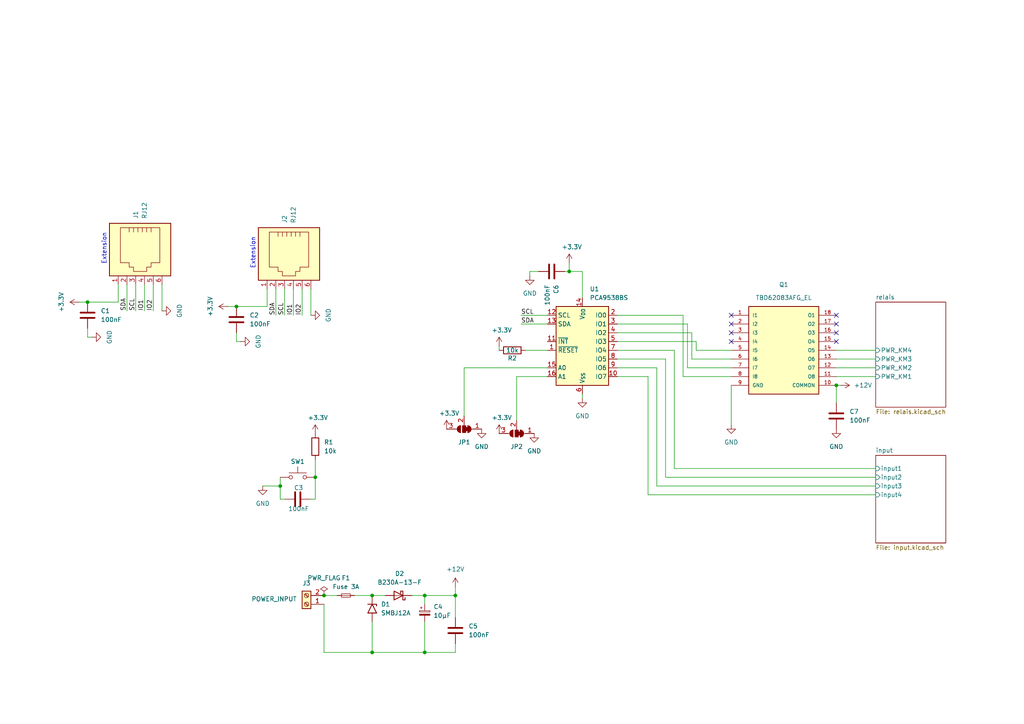
<source format=kicad_sch>
(kicad_sch (version 20250114) (generator "eeschema") (generator_version "9.0")
  (paper "A4")
  (lib_symbols
    (symbol "Connector:RJ12" (pin_names (offset 1.016))
      (property "Reference" "J" (at -5.08 11.43 0))
      (property "Value" "RJ12" (at 2.54 11.43 0))
      (symbol "RJ12_0_1"
        (polyline (pts (xy -6.35 3.175) (xy -5.08 3.175) (xy -5.08 3.175)))
        (polyline (pts (xy -6.35 1.905) (xy -5.08 1.905) (xy -5.08 1.905)))
        (polyline (pts (xy -6.35 0.635) (xy -5.08 0.635) (xy -5.08 0.635)))
        (polyline (pts (xy -6.35 -0.635) (xy -5.08 -0.635) (xy -5.08 -0.635)))
        (polyline (pts (xy -6.35 -1.905) (xy -5.08 -1.905) (xy -5.08 -1.905)))
        (polyline (pts (xy -6.35 -4.445) (xy -6.35 6.985) (xy 3.81 6.985) (xy 3.81 4.445) (xy 5.08 4.445) (xy 5.08 3.175) (xy 6.35 3.175) (xy 6.35 -0.635) (xy 5.08 -0.635) (xy 5.08 -1.905) (xy 3.81 -1.905) (xy 3.81 -4.445) (xy -6.35 -4.445) (xy -6.35 -4.445)))
        (polyline (pts (xy -5.08 4.445) (xy -6.35 4.445) (xy -6.35 4.445)))
        (rectangle (start 7.62 10.16) (end -7.62 -7.62) (stroke (width 0.254)) (fill (type background)))
      )
      (symbol "RJ12_1_1"
        (pin passive line (at 10.16 7.62 180) (length 2.54) (name "~") (number "6"))
        (pin passive line (at 10.16 5.08 180) (length 2.54) (name "~") (number "5"))
        (pin passive line (at 10.16 2.54 180) (length 2.54) (name "~") (number "4"))
        (pin passive line (at 10.16 0 180) (length 2.54) (name "~") (number "3"))
        (pin passive line (at 10.16 -2.54 180) (length 2.54) (name "~") (number "2"))
        (pin passive line (at 10.16 -5.08 180) (length 2.54) (name "~") (number "1"))
      )
    )
    (symbol "Connector:Screw_Terminal_01x02" (pin_names (offset 1.016) (hide yes))
      (property "Reference" "J" (at 0 2.54 0))
      (property "Value" "Screw_Terminal_01x02" (at 0 -5.08 0))
      (symbol "Screw_Terminal_01x02_1_1"
        (rectangle (start -1.27 1.27) (end 1.27 -3.81) (stroke (width 0.254)) (fill (type background)))
        (polyline (pts (xy -0.5334 0.3302) (xy 0.3302 -0.508)) (stroke (width 0.1524)))
        (polyline (pts (xy -0.5334 -2.2098) (xy 0.3302 -3.048)) (stroke (width 0.1524)))
        (polyline (pts (xy -0.3556 0.508) (xy 0.508 -0.3302)) (stroke (width 0.1524)))
        (polyline (pts (xy -0.3556 -2.032) (xy 0.508 -2.8702)) (stroke (width 0.1524)))
        (circle (center 0 0) (radius 0.635) (stroke (width 0.1524)))
        (circle (center 0 -2.54) (radius 0.635) (stroke (width 0.1524)))
        (pin passive line (at -5.08 0 0) (length 3.81) (name "Pin_1") (number "1"))
        (pin passive line (at -5.08 -2.54 0) (length 3.81) (name "Pin_2") (number "2"))
      )
    )
    (symbol "Device:C" (pin_numbers (hide yes)) (pin_names (offset 0.254))
      (property "Reference" "C" (at 0.635 2.54 0))
      (property "Value" "C" (at 0.635 -2.54 0))
      (symbol "C_0_1"
        (polyline (pts (xy -2.032 0.762) (xy 2.032 0.762)) (stroke (width 0.508)))
        (polyline (pts (xy -2.032 -0.762) (xy 2.032 -0.762)) (stroke (width 0.508)))
      )
      (symbol "C_1_1"
        (pin passive line (at 0 3.81 270) (length 2.794) (name "~") (number "1"))
        (pin passive line (at 0 -3.81 90) (length 2.794) (name "~") (number "2"))
      )
    )
    (symbol "Device:C_Polarized_Small" (pin_numbers (hide yes)) (pin_names (offset 0.254) (hide yes))
      (property "Reference" "C" (at 0.254 1.778 0))
      (property "Value" "C_Polarized_Small" (at 0.254 -2.032 0))
      (symbol "C_Polarized_Small_0_1"
        (rectangle (start -1.524 0.6858) (end 1.524 0.3048))
        (rectangle (start -1.524 -0.3048) (end 1.524 -0.6858) (fill (type outline)))
        (polyline (pts (xy -1.27 1.524) (xy -0.762 1.524)))
        (polyline (pts (xy -1.016 1.27) (xy -1.016 1.778)))
      )
      (symbol "C_Polarized_Small_1_1"
        (pin passive line (at 0 2.54 270) (length 1.8542) (name "~") (number "1"))
        (pin passive line (at 0 -2.54 90) (length 1.8542) (name "~") (number "2"))
      )
    )
    (symbol "Device:Fuse_Small" (pin_numbers (hide yes)) (pin_names (offset 0.254) (hide yes))
      (property "Reference" "F" (at 0 -1.524 0))
      (property "Value" "Fuse_Small" (at 0 1.524 0))
      (symbol "Fuse_Small_0_1"
        (rectangle (start -1.27 0.508) (end 1.27 -0.508))
        (polyline (pts (xy -1.27 0) (xy 1.27 0)))
      )
      (symbol "Fuse_Small_1_1"
        (pin passive line (at -2.54 0 0) (length 1.27) (name "~") (number "1"))
        (pin passive line (at 2.54 0 180) (length 1.27) (name "~") (number "2"))
      )
    )
    (symbol "Device:R" (pin_numbers (hide yes)) (pin_names (offset 0))
      (property "Reference" "R" (at 2.032 0 90))
      (property "Value" "R" (at 0 0 90))
      (symbol "R_0_1"
        (rectangle (start -1.016 -2.54) (end 1.016 2.54) (stroke (width 0.254)))
      )
      (symbol "R_1_1"
        (pin passive line (at 0 3.81 270) (length 1.27) (name "~") (number "1"))
        (pin passive line (at 0 -3.81 90) (length 1.27) (name "~") (number "2"))
      )
    )
    (symbol "Diode:SM6T6V8A" (pin_numbers (hide yes)) (pin_names (offset 1.016) (hide yes))
      (property "Reference" "D" (at 0 2.54 0))
      (property "Value" "SM6T6V8A" (at 0 -2.54 0))
      (symbol "SM6T6V8A_0_1"
        (polyline (pts (xy -0.762 1.27) (xy -1.27 1.27) (xy -1.27 -1.27)) (stroke (width 0.254)))
        (polyline (pts (xy 1.27 1.27) (xy 1.27 -1.27) (xy -1.27 0) (xy 1.27 1.27)) (stroke (width 0.254)))
      )
      (symbol "SM6T6V8A_1_1"
        (pin passive line (at -3.81 0 0) (length 2.54) (name "A1") (number "1"))
        (pin passive line (at 3.81 0 180) (length 2.54) (name "A2") (number "2"))
      )
    )
    (symbol "Diode:SS38" (pin_numbers (hide yes)) (pin_names (offset 1.016) (hide yes))
      (property "Reference" "D" (at 0 2.54 0))
      (property "Value" "SS38" (at 0 -2.54 0))
      (symbol "SS38_0_1"
        (polyline (pts (xy -1.905 0.635) (xy -1.905 1.27) (xy -1.27 1.27) (xy -1.27 -1.27) (xy -0.635 -1.27) (xy -0.635 -0.635)) (stroke (width 0.254)))
        (polyline (pts (xy 1.27 1.27) (xy 1.27 -1.27) (xy -1.27 0) (xy 1.27 1.27)) (stroke (width 0.254)))
        (polyline (pts (xy 1.27 0) (xy -1.27 0)))
      )
      (symbol "SS38_1_1"
        (pin passive line (at -3.81 0 0) (length 2.54) (name "K") (number "1"))
        (pin passive line (at 3.81 0 180) (length 2.54) (name "A") (number "2"))
      )
    )
    (symbol "Interface_Expansion:PCA9538BS"
      (property "Reference" "U" (at -7.62 13.97 0))
      (property "Value" "PCA9538BS" (at 2.54 13.97 0))
      (symbol "PCA9538BS_0_1"
        (rectangle (start -7.62 12.7) (end 7.62 -10.16) (stroke (width 0.254)) (fill (type background)))
      )
      (symbol "PCA9538BS_1_1"
        (pin input line (at -10.16 10.16 0) (length 2.54) (name "SCL") (number "12"))
        (pin bidirectional line (at -10.16 7.62 0) (length 2.54) (name "SDA") (number "13"))
        (pin open_collector line (at -10.16 2.54 0) (length 2.54) (name "~{INT}") (number "11"))
        (pin input line (at -10.16 0 0) (length 2.54) (name "~{RESET}") (number "1"))
        (pin input line (at -10.16 -5.08 0) (length 2.54) (name "A0") (number "15"))
        (pin input line (at -10.16 -7.62 0) (length 2.54) (name "A1") (number "16"))
        (pin power_in line (at 0 15.24 270) (length 2.54) (name "V_{DD}") (number "14"))
        (pin passive line (at 0 -12.7 90) (length 2.54) (hide yes) (name "V_{SS}") (number "17"))
        (pin power_in line (at 0 -12.7 90) (length 2.54) (name "V_{SS}") (number "6"))
        (pin bidirectional line (at 10.16 10.16 180) (length 2.54) (name "IO0") (number "2"))
        (pin bidirectional line (at 10.16 7.62 180) (length 2.54) (name "IO1") (number "3"))
        (pin bidirectional line (at 10.16 5.08 180) (length 2.54) (name "IO2") (number "4"))
        (pin bidirectional line (at 10.16 2.54 180) (length 2.54) (name "IO3") (number "5"))
        (pin bidirectional line (at 10.16 0 180) (length 2.54) (name "IO4") (number "7"))
        (pin bidirectional line (at 10.16 -2.54 180) (length 2.54) (name "IO5") (number "8"))
        (pin bidirectional line (at 10.16 -5.08 180) (length 2.54) (name "IO6") (number "9"))
        (pin bidirectional line (at 10.16 -7.62 180) (length 2.54) (name "IO7") (number "10"))
      )
    )
    (symbol "Jumper:SolderJumper_3_Bridged12" (pin_names (offset 0) (hide yes)) (in_bom no)
      (property "Reference" "JP" (at -2.54 -2.54 0))
      (property "Value" "SolderJumper_3_Bridged12" (at 0 2.794 0))
      (symbol "SolderJumper_3_Bridged12_0_1"
        (polyline (pts (xy -2.54 0) (xy -2.032 0)))
        (polyline (pts (xy -1.016 1.016) (xy -1.016 -1.016)))
        (rectangle (start -1.016 0.508) (end -0.508 -0.508) (fill (type outline)))
        (arc (start -1.016 -1.016) (mid -2.0276 0) (end -1.016 1.016))
        (arc (start -1.016 -1.016) (mid -2.0276 0) (end -1.016 1.016) (fill (type outline)))
        (rectangle (start -0.508 1.016) (end 0.508 -1.016) (fill (type outline)))
        (polyline (pts (xy 0 -1.27) (xy 0 -1.016)))
        (arc (start 1.016 1.016) (mid 2.0276 0) (end 1.016 -1.016))
        (arc (start 1.016 1.016) (mid 2.0276 0) (end 1.016 -1.016) (fill (type outline)))
        (polyline (pts (xy 1.016 1.016) (xy 1.016 -1.016)))
        (polyline (pts (xy 2.54 0) (xy 2.032 0)))
      )
      (symbol "SolderJumper_3_Bridged12_1_1"
        (pin passive line (at -5.08 0 0) (length 2.54) (name "A") (number "1"))
        (pin passive line (at 0 -3.81 90) (length 2.54) (name "C") (number "2"))
        (pin passive line (at 5.08 0 180) (length 2.54) (name "B") (number "3"))
      )
    )
    (symbol "Switch:SW_Push" (pin_numbers (hide yes)) (pin_names (offset 1.016) (hide yes))
      (property "Reference" "SW" (at 1.27 2.54 0))
      (property "Value" "SW_Push" (at 0 -1.524 0))
      (symbol "SW_Push_0_1"
        (circle (center -2.032 0) (radius 0.508))
        (polyline (pts (xy 0 1.27) (xy 0 3.048)))
        (circle (center 2.032 0) (radius 0.508))
        (polyline (pts (xy 2.54 1.27) (xy -2.54 1.27)))
        (pin passive line (at -5.08 0 0) (length 2.54) (name "1") (number "1"))
        (pin passive line (at 5.08 0 180) (length 2.54) (name "2") (number "2"))
      )
    )
    (symbol "TBD62083AFG_EL:TBD62083AFG_EL" (pin_names (offset 1.016))
      (property "Reference" "Q" (at 26.67 7.62 0))
      (property "Value" "TBD62083AFG_EL" (at 26.67 5.08 0))
      (symbol "TBD62083AFG_EL_0_0"
        (rectangle (start 5.08 -22.86) (end 25.4 2.54) (stroke (width 0.254)) (fill (type background)))
        (pin bidirectional line (at 0 0 0) (length 5.08) (name "I1") (number "1"))
        (pin bidirectional line (at 0 -2.54 0) (length 5.08) (name "I2") (number "2"))
        (pin bidirectional line (at 0 -5.08 0) (length 5.08) (name "I3") (number "3"))
        (pin bidirectional line (at 0 -7.62 0) (length 5.08) (name "I4") (number "4"))
        (pin bidirectional line (at 0 -10.16 0) (length 5.08) (name "I5") (number "5"))
        (pin bidirectional line (at 0 -12.7 0) (length 5.08) (name "I6") (number "6"))
        (pin bidirectional line (at 0 -15.24 0) (length 5.08) (name "I7") (number "7"))
        (pin bidirectional line (at 0 -17.78 0) (length 5.08) (name "I8") (number "8"))
        (pin bidirectional line (at 0 -20.32 0) (length 5.08) (name "GND") (number "9"))
        (pin bidirectional line (at 30.48 0 180) (length 5.08) (name "O1") (number "18"))
        (pin bidirectional line (at 30.48 -2.54 180) (length 5.08) (name "O2") (number "17"))
        (pin bidirectional line (at 30.48 -5.08 180) (length 5.08) (name "O3") (number "16"))
        (pin bidirectional line (at 30.48 -7.62 180) (length 5.08) (name "O4") (number "15"))
        (pin bidirectional line (at 30.48 -10.16 180) (length 5.08) (name "O5") (number "14"))
        (pin bidirectional line (at 30.48 -12.7 180) (length 5.08) (name "O6") (number "13"))
        (pin bidirectional line (at 30.48 -15.24 180) (length 5.08) (name "O7") (number "12"))
        (pin bidirectional line (at 30.48 -17.78 180) (length 5.08) (name "O8") (number "11"))
        (pin bidirectional line (at 30.48 -20.32 180) (length 5.08) (name "COMMON") (number "10"))
      )
    )
    (symbol "power:+12V" (power) (pin_numbers (hide yes)) (pin_names (offset 0) (hide yes))
      (property "Value" "+12V" (at 0 3.556 0))
      (symbol "+12V_0_1"
        (polyline (pts (xy -0.762 1.27) (xy 0 2.54)))
        (polyline (pts (xy 0 2.54) (xy 0.762 1.27)))
        (polyline (pts (xy 0 0) (xy 0 2.54)))
      )
      (symbol "+12V_1_1"
        (pin power_in line (at 0 0 90) (length 0) (name "~") (number "1"))
      )
    )
    (symbol "power:+3.3V" (power) (pin_numbers (hide yes)) (pin_names (offset 0) (hide yes))
      (property "Value" "+3.3V" (at 0 3.556 0))
      (symbol "+3.3V_0_1"
        (polyline (pts (xy -0.762 1.27) (xy 0 2.54)))
        (polyline (pts (xy 0 2.54) (xy 0.762 1.27)))
        (polyline (pts (xy 0 0) (xy 0 2.54)))
      )
      (symbol "+3.3V_1_1"
        (pin power_in line (at 0 0 90) (length 0) (name "~") (number "1"))
      )
    )
    (symbol "power:GND" (power) (pin_numbers (hide yes)) (pin_names (offset 0) (hide yes))
      (property "Value" "GND" (at 0 -3.81 0))
      (symbol "GND_0_1"
        (polyline (pts (xy 0 0) (xy 0 -1.27) (xy 1.27 -1.27) (xy 0 -2.54) (xy -1.27 -1.27) (xy 0 -1.27)))
      )
      (symbol "GND_1_1"
        (pin power_in line (at 0 0 270) (length 0) (name "~") (number "1"))
      )
    )
    (symbol "power:PWR_FLAG" (power) (pin_numbers (hide yes)) (pin_names (offset 0) (hide yes))
      (property "Value" "PWR_FLAG" (at 0 3.81 0))
      (symbol "PWR_FLAG_0_0"
        (pin power_out line (at 0 0 90) (length 0) (name "~") (number "1"))
      )
      (symbol "PWR_FLAG_0_1"
        (polyline (pts (xy 0 0) (xy 0 1.27) (xy -1.016 1.905) (xy 0 2.54) (xy 1.016 1.905) (xy 0 1.27)))
      )
    )
  )
  (text "Extension\n" (at 73.406 73.406 90) (effects (font (size 1.27 1.27))))
  (text "Extension\n" (at 30.226 72.136 90) (effects (font (size 1.27 1.27))))
  (junction (at 93.98 172.72))
  (junction (at 81.28 140.97))
  (junction (at 242.57 111.76))
  (junction (at 68.58 88.9))
  (junction (at 123.19 172.72))
  (junction (at 91.44 138.43))
  (junction (at 165.1 78.74))
  (junction (at 107.95 189.23))
  (junction (at 25.4 87.63))
  (junction (at 132.08 172.72))
  (junction (at 107.95 172.72))
  (junction (at 123.19 189.23))
  (no_connect (at 212.09 91.44))
  (no_connect (at 242.57 99.06))
  (no_connect (at 242.57 96.52))
  (no_connect (at 212.09 99.06))
  (no_connect (at 242.57 93.98))
  (no_connect (at 212.09 93.98))
  (no_connect (at 212.09 96.52))
  (no_connect (at 242.57 91.44))
  (wire (pts (xy 243.84 111.76) (xy 242.57 111.76)))
  (wire (pts (xy 93.98 172.72) (xy 97.79 172.72)))
  (wire (pts (xy 212.09 123.19) (xy 212.09 111.76)))
  (wire (pts (xy 91.44 138.43) (xy 91.44 144.78)))
  (wire (pts (xy 198.12 109.22) (xy 212.09 109.22)))
  (wire (pts (xy 168.91 86.36) (xy 168.91 78.74)))
  (wire (pts (xy 165.1 76.2) (xy 165.1 78.74)))
  (wire (pts (xy 25.4 97.79) (xy 25.4 95.25)))
  (wire (pts (xy 134.62 106.68) (xy 134.62 120.65)))
  (wire (pts (xy 80.01 91.44) (xy 80.01 83.82)))
  (wire (pts (xy 26.67 97.79) (xy 25.4 97.79)))
  (wire (pts (xy 149.86 109.22) (xy 158.75 109.22)))
  (wire (pts (xy 198.12 91.44) (xy 198.12 109.22)))
  (wire (pts (xy 66.04 88.9) (xy 68.58 88.9)))
  (wire (pts (xy 81.28 144.78) (xy 81.28 140.97)))
  (wire (pts (xy 179.07 91.44) (xy 198.12 91.44)))
  (wire (pts (xy 82.55 91.44) (xy 82.55 83.82)))
  (wire (pts (xy 107.95 189.23) (xy 123.19 189.23)))
  (wire (pts (xy 34.29 87.63) (xy 34.29 82.55)))
  (wire (pts (xy 187.96 109.22) (xy 187.96 143.51)))
  (wire (pts (xy 132.08 172.72) (xy 123.19 172.72)))
  (wire (pts (xy 107.95 180.34) (xy 107.95 189.23)))
  (wire (pts (xy 123.19 175.26) (xy 123.19 172.72)))
  (wire (pts (xy 44.45 90.17) (xy 44.45 82.55)))
  (wire (pts (xy 36.83 90.17) (xy 36.83 82.55)))
  (wire (pts (xy 179.07 99.06) (xy 201.93 99.06)))
  (wire (pts (xy 242.57 109.22) (xy 254 109.22)))
  (wire (pts (xy 201.93 101.6) (xy 212.09 101.6)))
  (wire (pts (xy 68.58 99.06) (xy 68.58 96.52)))
  (wire (pts (xy 190.5 106.68) (xy 190.5 140.97)))
  (wire (pts (xy 193.04 104.14) (xy 193.04 138.43)))
  (wire (pts (xy 179.07 96.52) (xy 200.66 96.52)))
  (wire (pts (xy 22.86 87.63) (xy 25.4 87.63)))
  (wire (pts (xy 152.4 101.6) (xy 158.75 101.6)))
  (wire (pts (xy 187.96 143.51) (xy 254 143.51)))
  (wire (pts (xy 195.58 135.89) (xy 254 135.89)))
  (wire (pts (xy 199.39 106.68) (xy 212.09 106.68)))
  (wire (pts (xy 193.04 138.43) (xy 254 138.43)))
  (wire (pts (xy 179.07 104.14) (xy 193.04 104.14)))
  (wire (pts (xy 242.57 101.6) (xy 254 101.6)))
  (wire (pts (xy 91.44 133.35) (xy 91.44 138.43)))
  (wire (pts (xy 151.13 93.98) (xy 158.75 93.98)))
  (wire (pts (xy 242.57 104.14) (xy 254 104.14)))
  (wire (pts (xy 179.07 101.6) (xy 195.58 101.6)))
  (wire (pts (xy 102.87 172.72) (xy 107.95 172.72)))
  (wire (pts (xy 132.08 179.07) (xy 132.08 172.72)))
  (wire (pts (xy 132.08 189.23) (xy 123.19 189.23)))
  (wire (pts (xy 153.67 78.74) (xy 156.21 78.74)))
  (wire (pts (xy 242.57 106.68) (xy 254 106.68)))
  (wire (pts (xy 179.07 93.98) (xy 199.39 93.98)))
  (wire (pts (xy 41.91 90.17) (xy 41.91 82.55)))
  (wire (pts (xy 168.91 115.57) (xy 168.91 114.3)))
  (wire (pts (xy 132.08 170.18) (xy 132.08 172.72)))
  (wire (pts (xy 77.47 88.9) (xy 77.47 83.82)))
  (wire (pts (xy 179.07 106.68) (xy 190.5 106.68)))
  (wire (pts (xy 134.62 106.68) (xy 158.75 106.68)))
  (wire (pts (xy 123.19 172.72) (xy 119.38 172.72)))
  (wire (pts (xy 144.78 100.33) (xy 144.78 101.6)))
  (wire (pts (xy 76.2 140.97) (xy 81.28 140.97)))
  (wire (pts (xy 46.99 90.17) (xy 46.99 82.55)))
  (wire (pts (xy 82.55 144.78) (xy 81.28 144.78)))
  (wire (pts (xy 242.57 111.76) (xy 242.57 116.84)))
  (wire (pts (xy 81.28 140.97) (xy 81.28 138.43)))
  (wire (pts (xy 163.83 78.74) (xy 165.1 78.74)))
  (wire (pts (xy 93.98 175.26) (xy 93.98 189.23)))
  (wire (pts (xy 149.86 109.22) (xy 149.86 121.92)))
  (wire (pts (xy 39.37 90.17) (xy 39.37 82.55)))
  (wire (pts (xy 151.13 91.44) (xy 158.75 91.44)))
  (wire (pts (xy 200.66 96.52) (xy 200.66 104.14)))
  (wire (pts (xy 168.91 78.74) (xy 165.1 78.74)))
  (wire (pts (xy 200.66 104.14) (xy 212.09 104.14)))
  (wire (pts (xy 93.98 189.23) (xy 107.95 189.23)))
  (wire (pts (xy 201.93 99.06) (xy 201.93 101.6)))
  (wire (pts (xy 179.07 109.22) (xy 187.96 109.22)))
  (wire (pts (xy 107.95 172.72) (xy 111.76 172.72)))
  (wire (pts (xy 25.4 87.63) (xy 34.29 87.63)))
  (wire (pts (xy 68.58 88.9) (xy 77.47 88.9)))
  (wire (pts (xy 123.19 189.23) (xy 123.19 180.34)))
  (wire (pts (xy 132.08 189.23) (xy 132.08 186.69)))
  (wire (pts (xy 199.39 93.98) (xy 199.39 106.68)))
  (wire (pts (xy 85.09 91.44) (xy 85.09 83.82)))
  (wire (pts (xy 90.17 144.78) (xy 91.44 144.78)))
  (wire (pts (xy 69.85 99.06) (xy 68.58 99.06)))
  (wire (pts (xy 87.63 91.44) (xy 87.63 83.82)))
  (wire (pts (xy 195.58 101.6) (xy 195.58 135.89)))
  (wire (pts (xy 153.67 80.01) (xy 153.67 78.74)))
  (wire (pts (xy 90.17 91.44) (xy 90.17 83.82)))
  (wire (pts (xy 190.5 140.97) (xy 254 140.97)))
  (label "SDA" (at 151.13 93.98 0))
  (label "SDA" (at 80.01 91.44 90))
  (label "IO1" (at 85.09 91.44 90))
  (label "SDA" (at 36.83 90.17 90))
  (label "SCL" (at 82.55 91.44 90))
  (label "IO1" (at 41.91 90.17 90))
  (label "IO2" (at 44.45 90.17 90))
  (label "IO2" (at 87.63 91.44 90))
  (label "SCL" (at 151.13 91.44 0))
  (label "SCL" (at 39.37 90.17 90))
  (symbol (lib_id "power:+3.3V") (at 91.44 125.73 0) (unit 1)
    (property "Reference" "#PWR08" (effects (hide yes)))
    (property "Value" "+3.3V" (at 92.202 121.158 0))
    (property "Description" "Power symbol creates a global label with name \"+3.3V\"" (effects (hide yes)))
  )
  (symbol (lib_id "Connector:Screw_Terminal_01x02") (at 88.9 175.26 180) (unit 1)
    (property "Reference" "J3" (at 88.9 169.164 0))
    (property "Value" "POWER_INPUT" (at 79.502 173.736 0))
    (property "Footprint" "Connector_Phoenix_MC:PhoenixContact_MCV_1,5_2-G-3.5_1x02_P3.50mm_Vertical" (effects (hide yes)))
    (property "Description" "Generic screw terminal, single row, 01x02, script generated (kicad-library-utils/schlib/autogen/connector/)" (effects (hide yes)))
  )
  (symbol (lib_id "power:GND") (at 46.99 90.17 90) (unit 1)
    (property "Reference" "#PWR03" (effects (hide yes)))
    (property "Value" "GND" (at 52.07 90.17 0))
    (property "Description" "Power symbol creates a global label with name \"GND\" , ground" (effects (hide yes)))
  )
  (symbol (lib_id "power:+3.3V") (at 22.86 87.63 90) (unit 1)
    (property "Reference" "#PWR01" (effects (hide yes)))
    (property "Value" "+3.3V" (at 17.78 87.63 0))
    (property "Description" "Power symbol creates a global label with name \"+3.3V\"" (effects (hide yes)))
  )
  (symbol (lib_id "power:+12V") (at 132.08 170.18 0) (unit 1)
    (property "Reference" "#PWR010" (effects (hide yes)))
    (property "Value" "+12V" (at 132.08 165.1 0))
    (property "Description" "Power symbol creates a global label with name \"+12V\"" (effects (hide yes)))
  )
  (symbol (lib_id "Jumper:SolderJumper_3_Bridged12") (at 134.62 124.46 180) (unit 1) (in_bom no)
    (property "Reference" "JP1" (at 134.62 128.27 0))
    (property "Value" "SolderJumper_3_Bridged12" (effects (hide yes)))
    (property "Footprint" "Jumper:SolderJumper-3_P1.3mm_Bridged12_RoundedPad1.0x1.5mm" (effects (hide yes)))
    (property "Description" "3-pole Solder Jumper, pins 1+2 closed/bridged" (effects (hide yes)))
  )
  (symbol (lib_id "power:+3.3V") (at 165.1 76.2 0) (unit 1)
    (property "Reference" "#PWR016" (effects (hide yes)))
    (property "Value" "+3.3V" (at 165.862 71.628 0))
    (property "Description" "Power symbol creates a global label with name \"+3.3V\"" (effects (hide yes)))
  )
  (symbol (lib_id "power:GND") (at 154.94 125.73 0) (unit 1)
    (property "Reference" "#PWR015" (effects (hide yes)))
    (property "Value" "GND" (at 154.94 130.81 0))
    (property "Description" "Power symbol creates a global label with name \"GND\" , ground" (effects (hide yes)))
  )
  (symbol (lib_id "power:+3.3V") (at 144.78 100.33 0) (unit 1)
    (property "Reference" "#PWR012" (effects (hide yes)))
    (property "Value" "+3.3V" (at 145.542 95.758 0))
    (property "Description" "Power symbol creates a global label with name \"+3.3V\"" (effects (hide yes)))
  )
  (symbol (lib_id "Device:C") (at 242.57 120.65 0) (unit 1)
    (property "Reference" "C7" (at 246.38 119.3799 0) (effects (justify left)))
    (property "Value" "100nF" (at 246.38 121.9199 0) (effects (justify left)))
    (property "Footprint" "Capacitor_SMD:C_0402_1005Metric" (effects (hide yes)))
    (property "Description" "Unpolarized capacitor" (effects (hide yes)))
  )
  (symbol (lib_id "Connector:RJ12") (at 39.37 72.39 270) (unit 1)
    (property "Reference" "J1" (at 39.3699 63.5 0) (effects (justify right)))
    (property "Value" "RJ12" (at 41.9099 63.5 0) (effects (justify right)))
    (property "Footprint" "Connector_RJ:RJ12_Amphenol_54601-x06_Horizontal" (effects (hide yes)))
    (property "Description" "RJ connector, 6P6C (6 positions 6 connected)" (effects (hide yes)))
  )
  (symbol (lib_id "Device:C") (at 25.4 91.44 0) (unit 1)
    (property "Reference" "C1" (at 29.21 90.1699 0) (effects (justify left)))
    (property "Value" "100nF" (at 29.21 92.7099 0) (effects (justify left)))
    (property "Footprint" "Capacitor_SMD:C_0402_1005Metric" (effects (hide yes)))
    (property "Description" "Unpolarized capacitor" (effects (hide yes)))
  )
  (symbol (lib_id "Device:R") (at 91.44 129.54 0) (unit 1)
    (property "Reference" "R1" (at 93.98 128.2699 0) (effects (justify left)))
    (property "Value" "10k" (at 93.98 130.8099 0) (effects (justify left)))
    (property "Footprint" "Resistor_SMD:R_0402_1005Metric" (effects (hide yes)))
    (property "Description" "Resistor" (effects (hide yes)))
  )
  (symbol (lib_id "Switch:SW_Push") (at 86.36 138.43 0) (unit 1)
    (property "Reference" "SW1" (at 86.36 133.858 0))
    (property "Value" "SW_Push" (effects (hide yes)))
    (property "Footprint" "Button_Switch_SMD:SW_Tactile_SPST_NO_Straight_CK_PTS636Sx25SMTRLFS" (effects (hide yes)))
    (property "Description" "Push button switch, generic, two pins" (effects (hide yes)))
  )
  (symbol (lib_id "power:+3.3V") (at 144.78 125.73 0) (unit 1)
    (property "Reference" "#PWR013" (effects (hide yes)))
    (property "Value" "+3.3V" (at 145.542 121.158 0))
    (property "Description" "Power symbol creates a global label with name \"+3.3V\"" (effects (hide yes)))
  )
  (symbol (lib_id "power:+3.3V") (at 66.04 88.9 90) (unit 1)
    (property "Reference" "#PWR04" (effects (hide yes)))
    (property "Value" "+3.3V" (at 60.96 88.9 0))
    (property "Description" "Power symbol creates a global label with name \"+3.3V\"" (effects (hide yes)))
  )
  (symbol (lib_id "Device:C") (at 68.58 92.71 0) (unit 1)
    (property "Reference" "C2" (at 72.39 91.4399 0) (effects (justify left)))
    (property "Value" "100nF" (at 72.39 93.9799 0) (effects (justify left)))
    (property "Footprint" "Capacitor_SMD:C_0402_1005Metric" (effects (hide yes)))
    (property "Description" "Unpolarized capacitor" (effects (hide yes)))
  )
  (symbol (lib_id "Device:C") (at 160.02 78.74 270) (unit 1)
    (property "Reference" "C6" (at 161.2901 82.55 0) (effects (justify left)))
    (property "Value" "100nF" (at 158.7501 82.55 0) (effects (justify left)))
    (property "Footprint" "Capacitor_SMD:C_0402_1005Metric" (effects (hide yes)))
    (property "Description" "Unpolarized capacitor" (effects (hide yes)))
  )
  (symbol (lib_id "power:GND") (at 69.85 99.06 90) (unit 1)
    (property "Reference" "#PWR05" (effects (hide yes)))
    (property "Value" "GND" (at 74.93 99.06 0))
    (property "Description" "Power symbol creates a global label with name \"GND\" , ground" (effects (hide yes)))
  )
  (symbol (lib_id "power:GND") (at 90.17 91.44 90) (unit 1)
    (property "Reference" "#PWR07" (effects (hide yes)))
    (property "Value" "GND" (at 95.25 91.44 0))
    (property "Description" "Power symbol creates a global label with name \"GND\" , ground" (effects (hide yes)))
  )
  (symbol (lib_id "power:GND") (at 242.57 124.46 0) (unit 1)
    (property "Reference" "#PWR019" (effects (hide yes)))
    (property "Value" "GND" (at 242.57 129.54 0))
    (property "Description" "Power symbol creates a global label with name \"GND\" , ground" (effects (hide yes)))
  )
  (symbol (lib_id "power:GND") (at 26.67 97.79 90) (unit 1)
    (property "Reference" "#PWR02" (effects (hide yes)))
    (property "Value" "GND" (at 31.75 97.79 0))
    (property "Description" "Power symbol creates a global label with name \"GND\" , ground" (effects (hide yes)))
  )
  (symbol (lib_id "Device:C_Polarized_Small") (at 123.19 177.8 0) (unit 1)
    (property "Reference" "C4" (at 125.73 175.9838 0) (effects (justify left)))
    (property "Value" "10µF" (at 125.73 178.5238 0) (effects (justify left)))
    (property "Footprint" "Capacitor_SMD:CP_Elec_4x5.4" (effects (hide yes)))
    (property "Description" "RVT1E100M0405 - Polarized capacitor, small symbol" (effects (hide yes)))
  )
  (symbol (lib_id "Device:C") (at 132.08 182.88 0) (unit 1)
    (property "Reference" "C5" (at 135.89 181.6099 0) (effects (justify left)))
    (property "Value" "100nF" (at 135.89 184.1499 0) (effects (justify left)))
    (property "Footprint" "Capacitor_SMD:C_0402_1005Metric" (effects (hide yes)))
    (property "Description" "Unpolarized capacitor" (effects (hide yes)))
  )
  (symbol (lib_id "Device:C") (at 86.36 144.78 270) (unit 1)
    (property "Reference" "C3" (at 86.614 141.478 90))
    (property "Value" "100nF" (at 86.614 147.574 90))
    (property "Footprint" "Capacitor_SMD:C_0402_1005Metric" (effects (hide yes)))
    (property "Description" "Unpolarized capacitor" (effects (hide yes)))
  )
  (symbol (lib_id "power:GND") (at 153.67 80.01 0) (unit 1)
    (property "Reference" "#PWR014" (effects (hide yes)))
    (property "Value" "GND" (at 153.67 85.09 0))
    (property "Description" "Power symbol creates a global label with name \"GND\" , ground" (effects (hide yes)))
  )
  (symbol (lib_id "TBD62083AFG_EL:TBD62083AFG_EL") (at 212.09 91.44 0) (unit 1)
    (property "Reference" "Q1" (at 227.33 82.55 0))
    (property "Value" "TBD62083AFG_EL" (at 227.33 86.36 0))
    (property "Footprint" "TBD62083AFG_EL:SOIC127P1030X245-18N" (effects (hide yes)))
    (property "Description" "Gate Drivers DMOS Transistor Array 7-CH, 50V/0.5A" (effects (hide yes)))
    (property "MANUFACTURER_NAME" "Toshiba" (effects (hide yes)))
    (property "MF" "Toshiba Semiconductor" (effects (hide yes)))
    (property "MOUSER_PRICE-STOCK" "https://www.mouser.co.uk/ProductDetail/Toshiba/TBD62083AFGEL?qs=fSnNYG2PaKIrAovmru5jNA%3D%3D" (effects (hide yes)))
    (property "MOUSER_PART_NUMBER" "757-TBD62083AFGEL" (effects (hide yes)))
    (property "Price" "None" (effects (hide yes)))
    (property "Package" "SOIC-18 Toshiba Semiconductor and Storage" (effects (hide yes)))
    (property "Check_prices" "https://www.snapeda.com/parts/TBD62083AFG,EL/Toshiba/view-part/?ref=eda" (effects (hide yes)))
    (property "HEIGHT" "2.45mm" (effects (hide yes)))
    (property "MP" "TBD62083AFG,EL" (effects (hide yes)))
    (property "SnapEDA_Link" "https://www.snapeda.com/parts/TBD62083AFG,EL/Toshiba/view-part/?ref=snap" (effects (hide yes)))
    (property "ARROW_PRICE-STOCK" "https://www.arrow.com/en/products/tbd62083afgel/toshiba" (effects (hide yes)))
    (property "ARROW_PART_NUMBER" "TBD62083AFG,EL" (effects (hide yes)))
    (property "Purchase-URL" "https://www.snapeda.com/api/url_track_click_mouser/?unipart_id=1153999&manufacturer=Toshiba Semiconductor&part_name=TBD62083AFG,EL&search_term=None" (effects (hide yes)))
    (property "Description_1" "Power Switch/Driver 1:1 N-Channel 500mA 18-SOP" (effects (hide yes)))
    (property "Availability" "In Stock" (effects (hide yes)))
    (property "MANUFACTURER_PART_NUMBER" "TBD62083AFG,EL" (effects (hide yes)))
  )
  (symbol (lib_id "Interface_Expansion:PCA9538BS") (at 168.91 101.6 0) (unit 1)
    (property "Reference" "U1" (at 171.0533 83.82 0) (effects (justify left)))
    (property "Value" "PCA9538BS" (at 171.0533 86.36 0) (effects (justify left)))
    (property "Footprint" "Package_DFN_QFN:NXP_VQFN-16-1EP_4x4mm_P0.65mm_EP2.1x2.1mm" (effects (hide yes)))
    (property "Datasheet" "https://www.nxp.com/docs/en/data-sheet/PCA9538.pdf" (effects (hide yes)))
    (property "Description" "8-bit I/O expander, I2C / SMBus interface, interrupt and reset pins, VQFN-16" (effects (hide yes)))
  )
  (symbol (lib_id "power:+12V") (at 243.84 111.76 270) (unit 1)
    (property "Reference" "#PWR020" (effects (hide yes)))
    (property "Value" "+12V" (at 247.65 111.7599 90) (effects (justify left)))
    (property "Description" "Power symbol creates a global label with name \"+12V\"" (effects (hide yes)))
  )
  (symbol (lib_id "Device:R") (at 148.59 101.6 270) (unit 1)
    (property "Reference" "R2" (at 148.59 103.886 90))
    (property "Value" "10k" (at 148.59 101.6 90))
    (property "Footprint" "Resistor_SMD:R_0402_1005Metric" (effects (hide yes)))
    (property "Description" "Resistor" (effects (hide yes)))
  )
  (symbol (lib_id "Jumper:SolderJumper_3_Bridged12") (at 149.86 125.73 180) (unit 1) (in_bom no)
    (property "Reference" "JP2" (at 149.86 129.54 0))
    (property "Value" "SolderJumper_3_Bridged12" (effects (hide yes)))
    (property "Footprint" "Jumper:SolderJumper-3_P1.3mm_Bridged12_RoundedPad1.0x1.5mm" (effects (hide yes)))
    (property "Description" "3-pole Solder Jumper, pins 1+2 closed/bridged" (effects (hide yes)))
  )
  (symbol (lib_id "power:GND") (at 76.2 140.97 0) (unit 1)
    (property "Reference" "#PWR06" (effects (hide yes)))
    (property "Value" "GND" (at 76.2 146.05 0))
    (property "Description" "Power symbol creates a global label with name \"GND\" , ground" (effects (hide yes)))
  )
  (symbol (lib_id "power:PWR_FLAG") (at 93.98 172.72 0) (unit 1)
    (property "Reference" "#FLG01" (effects (hide yes)))
    (property "Value" "PWR_FLAG" (at 93.98 167.64 0))
    (property "Description" "Special symbol for telling ERC where power comes from" (effects (hide yes)))
  )
  (symbol (lib_id "Connector:RJ12") (at 82.55 73.66 270) (unit 1)
    (property "Reference" "J2" (at 82.5499 64.77 0) (effects (justify right)))
    (property "Value" "RJ12" (at 85.0899 64.77 0) (effects (justify right)))
    (property "Footprint" "Connector_RJ:RJ12_Amphenol_54601-x06_Horizontal" (effects (hide yes)))
    (property "Description" "RJ connector, 6P6C (6 positions 6 connected)" (effects (hide yes)))
  )
  (symbol (lib_id "Diode:SM6T6V8A") (at 107.95 176.53 270) (unit 1)
    (property "Reference" "D1" (at 110.49 175.2599 90) (effects (justify left)))
    (property "Value" "SMBJ12A" (at 110.49 177.7999 90) (effects (justify left)))
    (property "Footprint" "Diode_SMD:D_SMB" (effects (hide yes)))
    (property "Datasheet" "https://www.st.com/resource/en/datasheet/sm6t.pdf" (effects (hide yes)))
    (property "Description" "600W unidirectional Transil Transient Voltage Suppressor, 6.8Vrwm, DO-214AA" (effects (hide yes)))
  )
  (symbol (lib_id "power:GND") (at 168.91 115.57 0) (unit 1)
    (property "Reference" "#PWR017" (effects (hide yes)))
    (property "Value" "GND" (at 168.91 120.65 0))
    (property "Description" "Power symbol creates a global label with name \"GND\" , ground" (effects (hide yes)))
  )
  (symbol (lib_id "power:GND") (at 139.7 124.46 0) (unit 1)
    (property "Reference" "#PWR011" (effects (hide yes)))
    (property "Value" "GND" (at 139.7 129.54 0))
    (property "Description" "Power symbol creates a global label with name \"GND\" , ground" (effects (hide yes)))
  )
  (symbol (lib_id "power:+3.3V") (at 129.54 124.46 0) (unit 1)
    (property "Reference" "#PWR09" (effects (hide yes)))
    (property "Value" "+3.3V" (at 130.302 119.888 0))
    (property "Description" "Power symbol creates a global label with name \"+3.3V\"" (effects (hide yes)))
  )
  (symbol (lib_id "power:GND") (at 212.09 123.19 0) (unit 1)
    (property "Reference" "#PWR018" (effects (hide yes)))
    (property "Value" "GND" (at 212.09 128.27 0))
    (property "Description" "Power symbol creates a global label with name \"GND\" , ground" (effects (hide yes)))
  )
  (symbol (lib_id "Diode:SS38") (at 115.57 172.72 180) (unit 1)
    (property "Reference" "D2" (at 115.8875 166.37 0))
    (property "Value" "B230A-13-F" (at 115.8875 168.91 0))
    (property "Footprint" "Diode_SMD:D_SMA" (effects (hide yes)))
    (property "Datasheet" "https://www.microdiode.com/uploadfiles//PDF/SS32-THRU-SS3200-SMA.pdf" (effects (hide yes)))
    (property "Description" "80V 3A Schottky Diode, SMA" (effects (hide yes)))
  )
  (symbol (lib_id "Device:Fuse_Small") (at 100.33 172.72 0) (unit 1)
    (property "Reference" "F1" (at 100.33 167.64 0))
    (property "Value" "Fuse 3A" (at 100.33 170.18 0))
    (property "Footprint" "labotronik:0154250DR littelfuse 10.62 3.81" (effects (hide yes)))
    (property "Description" "Fuse, small symbol" (effects (hide yes)))
  )
  (sheet (at 254 132.08) (size 20.32 25.4) (stroke (width 0.1524))
    (property "Sheetname" "input" (at 254 131.3684 0) (effects (justify left bottom)))
    (property "Sheetfile" "input.kicad_sch" (at 254 158.0646 0) (effects (justify left top)))
    (pin "input1" input (at 254 135.89 180))
    (pin "input2" input (at 254 138.43 180))
    (pin "input3" input (at 254 140.97 180))
    (pin "input4" input (at 254 143.51 180))
  )
  (sheet (at 254 87.63) (size 20.32 30.48) (stroke (width 0.1524))
    (property "Sheetname" "relais" (at 254 86.9184 0) (effects (justify left bottom)))
    (property "Sheetfile" "relais.kicad_sch" (at 254 118.6946 0) (effects (font (thickness 0.1588)) (justify left top)))
    (pin "PWR_KM1" input (at 254 109.22 180))
    (pin "PWR_KM2" input (at 254 106.68 180))
    (pin "PWR_KM3" input (at 254 104.14 180))
    (pin "PWR_KM4" input (at 254 101.6 180))
  )
)
</source>
